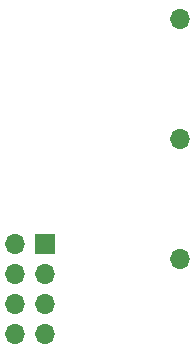
<source format=gbr>
%TF.GenerationSoftware,KiCad,Pcbnew,8.0.4-8.0.4-0~ubuntu22.04.1*%
%TF.CreationDate,2024-08-10T18:45:36+03:00*%
%TF.ProjectId,PM-PS-DC24-front,504d2d50-532d-4444-9332-342d66726f6e,rev?*%
%TF.SameCoordinates,Original*%
%TF.FileFunction,Soldermask,Top*%
%TF.FilePolarity,Negative*%
%FSLAX46Y46*%
G04 Gerber Fmt 4.6, Leading zero omitted, Abs format (unit mm)*
G04 Created by KiCad (PCBNEW 8.0.4-8.0.4-0~ubuntu22.04.1) date 2024-08-10 18:45:36*
%MOMM*%
%LPD*%
G01*
G04 APERTURE LIST*
%ADD10R,1.700000X1.700000*%
%ADD11O,1.700000X1.700000*%
G04 APERTURE END LIST*
D10*
%TO.C,J1*%
X66040000Y-96520000D03*
D11*
X63500000Y-96520000D03*
X66040000Y-99060000D03*
X63500000Y-99060000D03*
X66040000Y-101600000D03*
X63500000Y-101600000D03*
X66040000Y-104140000D03*
X63500000Y-104140000D03*
%TD*%
%TO.C,D3*%
X77470000Y-87630000D03*
%TD*%
%TO.C,D2*%
X77470000Y-77470000D03*
%TD*%
%TO.C,D1*%
X77470000Y-97790000D03*
%TD*%
M02*

</source>
